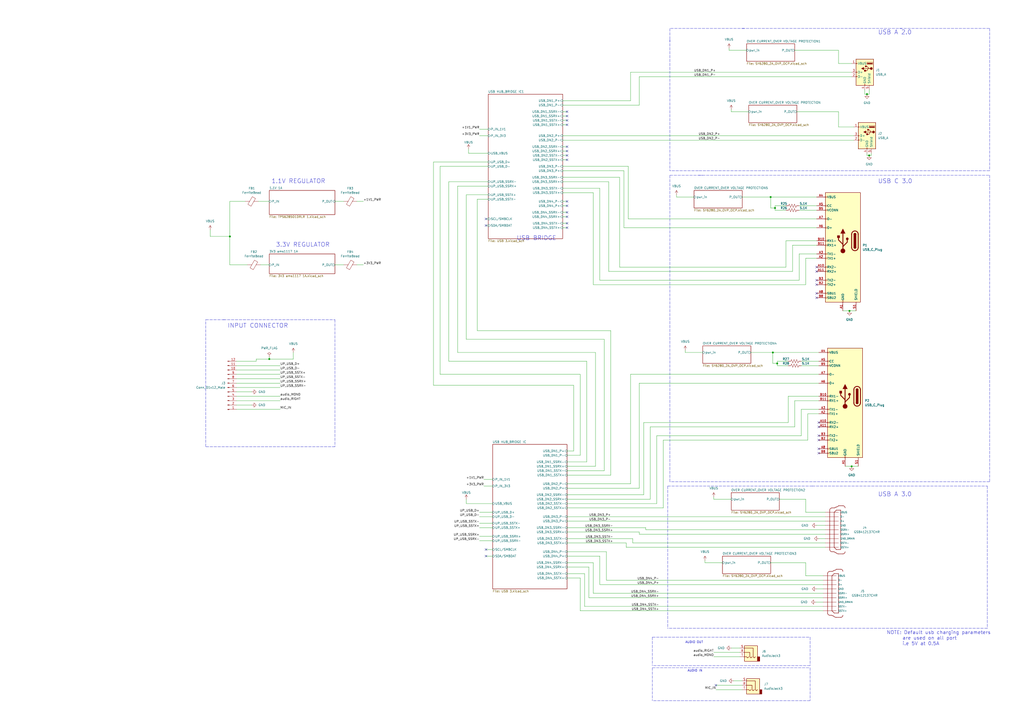
<source format=kicad_sch>
(kicad_sch (version 20211123) (generator eeschema)
  (paper "A2")
  (title_block (title "USB EXTENDER") (date "2022-04-17") (rev "1.0") (comment 2 "Reviewed by:") (comment 3 "Designed by: Robert M M") (comment 4 "USB EXTENDER"))
  (lib_symbols
    (symbol "Connector:AudioJack3"
      (property "Reference" "J" (at 0 8.89 0))
      (property "Value" "AudioJack3" (at 0 6.35 0))
      (symbol "AudioJack3_0_1"
        (rectangle (start -5.08 -5.08) (end -6.35 -2.54) (stroke (width 0.254)) (fill (type outline)))
        (polyline (pts (xy 0 -2.54) (xy 0.635 -3.175) (xy 1.27 -2.54) (xy 2.54 -2.54)) (stroke (width 0.254)))
        (polyline (pts (xy -1.905 -2.54) (xy -1.27 -3.175) (xy -0.635 -2.54) (xy -0.635 0) (xy 2.54 0)) (stroke (width 0.254)))
        (polyline (pts (xy 2.54 2.54) (xy -2.54 2.54) (xy -2.54 -2.54) (xy -3.175 -3.175) (xy -3.81 -2.54)) (stroke (width 0.254)))
        (rectangle (start 2.54 3.81) (end -5.08 -5.08) (stroke (width 0.254)) (fill (type background)))
      )
      (symbol "AudioJack3_1_1"
        (pin passive line (at 5.08 0 180) (length 2.54) (name "~") (number "R"))
        (pin passive line (at 5.08 2.54 180) (length 2.54) (name "~") (number "S"))
        (pin passive line (at 5.08 -2.54 180) (length 2.54) (name "~") (number "T"))
      )
    )
    (symbol "Connector:Conn_01x12_Male" (pin_names (offset 1.016) hide)
      (property "Reference" "J" (at 0 15.24 0))
      (property "Value" "Conn_01x12_Male" (at 0 -17.78 0))
      (symbol "Conn_01x12_Male_1_1"
        (polyline (pts (xy 1.27 -15.24) (xy 0.8636 -15.24)) (stroke (width 0.1524)))
        (polyline (pts (xy 1.27 -12.7) (xy 0.8636 -12.7)) (stroke (width 0.1524)))
        (polyline (pts (xy 1.27 -10.16) (xy 0.8636 -10.16)) (stroke (width 0.1524)))
        (polyline (pts (xy 1.27 -7.62) (xy 0.8636 -7.62)) (stroke (width 0.1524)))
        (polyline (pts (xy 1.27 -5.08) (xy 0.8636 -5.08)) (stroke (width 0.1524)))
        (polyline (pts (xy 1.27 -2.54) (xy 0.8636 -2.54)) (stroke (width 0.1524)))
        (polyline (pts (xy 1.27 0) (xy 0.8636 0)) (stroke (width 0.1524)))
        (polyline (pts (xy 1.27 2.54) (xy 0.8636 2.54)) (stroke (width 0.1524)))
        (polyline (pts (xy 1.27 5.08) (xy 0.8636 5.08)) (stroke (width 0.1524)))
        (polyline (pts (xy 1.27 7.62) (xy 0.8636 7.62)) (stroke (width 0.1524)))
        (polyline (pts (xy 1.27 10.16) (xy 0.8636 10.16)) (stroke (width 0.1524)))
        (polyline (pts (xy 1.27 12.7) (xy 0.8636 12.7)) (stroke (width 0.1524)))
        (rectangle (start 0.8636 -15.113) (end 0 -15.367) (stroke (width 0.1524)) (fill (type outline)))
        (rectangle (start 0.8636 -12.573) (end 0 -12.827) (stroke (width 0.1524)) (fill (type outline)))
        (rectangle (start 0.8636 -10.033) (end 0 -10.287) (stroke (width 0.1524)) (fill (type outline)))
        (rectangle (start 0.8636 -7.493) (end 0 -7.747) (stroke (width 0.1524)) (fill (type outline)))
        (rectangle (start 0.8636 -4.953) (end 0 -5.207) (stroke (width 0.1524)) (fill (type outline)))
        (rectangle (start 0.8636 -2.413) (end 0 -2.667) (stroke (width 0.1524)) (fill (type outline)))
        (rectangle (start 0.8636 0.127) (end 0 -0.127) (stroke (width 0.1524)) (fill (type outline)))
        (rectangle (start 0.8636 2.667) (end 0 2.413) (stroke (width 0.1524)) (fill (type outline)))
        (rectangle (start 0.8636 5.207) (end 0 4.953) (stroke (width 0.1524)) (fill (type outline)))
        (rectangle (start 0.8636 7.747) (end 0 7.493) (stroke (width 0.1524)) (fill (type outline)))
        (rectangle (start 0.8636 10.287) (end 0 10.033) (stroke (width 0.1524)) (fill (type outline)))
        (rectangle (start 0.8636 12.827) (end 0 12.573) (stroke (width 0.1524)) (fill (type outline)))
        (pin passive line (at 5.08 12.7 180) (length 3.81) (name "Pin_1") (number "1"))
        (pin passive line (at 5.08 -10.16 180) (length 3.81) (name "Pin_10") (number "10"))
        (pin passive line (at 5.08 -12.7 180) (length 3.81) (name "Pin_11") (number "11"))
        (pin passive line (at 5.08 -15.24 180) (length 3.81) (name "Pin_12") (number "12"))
        (pin passive line (at 5.08 10.16 180) (length 3.81) (name "Pin_2") (number "2"))
        (pin passive line (at 5.08 7.62 180) (length 3.81) (name "Pin_3") (number "3"))
        (pin passive line (at 5.08 5.08 180) (length 3.81) (name "Pin_4") (number "4"))
        (pin passive line (at 5.08 2.54 180) (length 3.81) (name "Pin_5") (number "5"))
        (pin passive line (at 5.08 0 180) (length 3.81) (name "Pin_6") (number "6"))
        (pin passive line (at 5.08 -2.54 180) (length 3.81) (name "Pin_7") (number "7"))
        (pin passive line (at 5.08 -5.08 180) (length 3.81) (name "Pin_8") (number "8"))
        (pin passive line (at 5.08 -7.62 180) (length 3.81) (name "Pin_9") (number "9"))
      )
    )
    (symbol "Connector:USB_A" (pin_names (offset 1.016))
      (property "Reference" "J" (at -5.08 11.43 0))
      (property "Value" "USB_A" (at -5.08 8.89 0))
      (symbol "USB_A_0_1"
        (rectangle (start -5.08 -7.62) (end 5.08 7.62) (stroke (width 0.254)) (fill (type background)))
        (circle (center -3.81 2.159) (radius 0.635) (stroke (width 0.254)) (fill (type outline)))
        (rectangle (start -1.524 4.826) (end -4.318 5.334) (fill (type outline)))
        (rectangle (start -1.27 4.572) (end -4.572 5.842))
        (circle (center -0.635 3.429) (radius 0.381) (stroke (width 0.254)) (fill (type outline)))
        (rectangle (start -0.127 -7.62) (end 0.127 -6.858))
        (polyline (pts (xy -3.175 2.159) (xy -2.54 2.159) (xy -1.27 3.429) (xy -0.635 3.429)) (stroke (width 0.254)))
        (polyline (pts (xy -2.54 2.159) (xy -1.905 2.159) (xy -1.27 0.889) (xy 0 0.889)) (stroke (width 0.254)))
        (polyline (pts (xy 0.635 2.794) (xy 0.635 1.524) (xy 1.905 2.159) (xy 0.635 2.794)) (stroke (width 0.254)) (fill (type outline)))
        (rectangle (start 0.254 1.27) (end -0.508 0.508) (stroke (width 0.254)) (fill (type outline)))
        (rectangle (start 5.08 -2.667) (end 4.318 -2.413))
        (rectangle (start 5.08 -0.127) (end 4.318 0.127))
        (rectangle (start 5.08 4.953) (end 4.318 5.207))
      )
      (symbol "USB_A_1_1"
        (polyline (pts (xy -1.905 2.159) (xy 0.635 2.159)) (stroke (width 0.254)))
        (pin power_in line (at 7.62 5.08 180) (length 2.54) (name "VBUS") (number "1"))
        (pin bidirectional line (at 7.62 -2.54 180) (length 2.54) (name "D-") (number "2"))
        (pin bidirectional line (at 7.62 0 180) (length 2.54) (name "D+") (number "3"))
        (pin power_in line (at 0 -10.16 90) (length 2.54) (name "GND") (number "4"))
        (pin passive line (at -2.54 -10.16 90) (length 2.54) (name "Shield") (number "5"))
      )
    )
    (symbol "Connector:USB_C_Plug" (pin_names (offset 1.016))
      (property "Reference" "P" (at -10.16 29.21 0))
      (property "Value" "USB_C_Plug" (at 10.16 29.21 0))
      (symbol "USB_C_Plug_0_0"
        (rectangle (start -0.254 -35.56) (end 0.254 -34.544))
        (rectangle (start 10.16 -32.766) (end 9.144 -33.274))
        (rectangle (start 10.16 -30.226) (end 9.144 -30.734))
        (rectangle (start 10.16 -25.146) (end 9.144 -25.654))
        (rectangle (start 10.16 -22.606) (end 9.144 -23.114))
        (rectangle (start 10.16 -17.526) (end 9.144 -18.034))
        (rectangle (start 10.16 -14.986) (end 9.144 -15.494))
        (rectangle (start 10.16 -9.906) (end 9.144 -10.414))
        (rectangle (start 10.16 -7.366) (end 9.144 -7.874))
        (rectangle (start 10.16 -2.286) (end 9.144 -2.794))
        (rectangle (start 10.16 0.254) (end 9.144 -0.254))
        (rectangle (start 10.16 7.874) (end 9.144 7.366))
        (rectangle (start 10.16 12.954) (end 9.144 12.446))
        (rectangle (start 10.16 18.034) (end 9.144 17.526))
        (rectangle (start 10.16 20.574) (end 9.144 20.066))
        (rectangle (start 10.16 25.654) (end 9.144 25.146))
      )
      (symbol "USB_C_Plug_0_1"
        (rectangle (start -10.16 27.94) (end 10.16 -35.56) (stroke (width 0.254)) (fill (type background)))
        (arc (start -8.89 -3.81) (mid -6.985 -5.715) (end -5.08 -3.81) (stroke (width 0.508)))
        (arc (start -7.62 -3.81) (mid -6.985 -4.445) (end -6.35 -3.81) (stroke (width 0.254)))
        (arc (start -7.62 -3.81) (mid -6.985 -4.445) (end -6.35 -3.81) (stroke (width 0.254)) (fill (type outline)))
        (rectangle (start -7.62 -3.81) (end -6.35 3.81) (stroke (width 0.254)) (fill (type outline)))
        (arc (start -6.35 3.81) (mid -6.985 4.445) (end -7.62 3.81) (stroke (width 0.254)))
        (arc (start -6.35 3.81) (mid -6.985 4.445) (end -7.62 3.81) (stroke (width 0.254)) (fill (type outline)))
        (arc (start -5.08 3.81) (mid -6.985 5.715) (end -8.89 3.81) (stroke (width 0.508)))
        (polyline (pts (xy -8.89 -3.81) (xy -8.89 3.81)) (stroke (width 0.508)))
        (polyline (pts (xy -5.08 3.81) (xy -5.08 -3.81)) (stroke (width 0.508)))
      )
      (symbol "USB_C_Plug_1_1"
        (circle (center -2.54 1.143) (radius 0.635) (stroke (width 0.254)) (fill (type outline)))
        (circle (center 0 -5.842) (radius 1.27) (fill (type outline)))
        (polyline (pts (xy 0 -5.842) (xy 0 4.318)) (stroke (width 0.508)))
        (polyline (pts (xy 0 -3.302) (xy -2.54 -0.762) (xy -2.54 0.508)) (stroke (width 0.508)))
        (polyline (pts (xy 0 -2.032) (xy 2.54 0.508) (xy 2.54 1.778)) (stroke (width 0.508)))
        (polyline (pts (xy -1.27 4.318) (xy 0 6.858) (xy 1.27 4.318) (xy -1.27 4.318)) (stroke (width 0.254)) (fill (type outline)))
        (rectangle (start 1.905 1.778) (end 3.175 3.048) (stroke (width 0.254)) (fill (type outline)))
        (pin passive line (at 0 -40.64 90) (length 5.08) (name "GND") (number "A1"))
        (pin bidirectional line (at 15.24 -15.24 180) (length 5.08) (name "RX2-") (number "A10"))
        (pin bidirectional line (at 15.24 -17.78 180) (length 5.08) (name "RX2+") (number "A11"))
        (pin passive line (at 0 -40.64 90) (length 5.08) hide (name "GND") (number "A12"))
        (pin bidirectional line (at 15.24 -10.16 180) (length 5.08) (name "TX1+") (number "A2"))
        (pin bidirectional line (at 15.24 -7.62 180) (length 5.08) (name "TX1-") (number "A3"))
        (pin passive line (at 15.24 25.4 180) (length 5.08) (name "VBUS") (number "A4"))
        (pin bidirectional line (at 15.24 20.32 180) (length 5.08) (name "CC") (number "A5"))
        (pin bidirectional line (at 15.24 7.62 180) (length 5.08) (name "D+") (number "A6"))
        (pin bidirectional line (at 15.24 12.7 180) (length 5.08) (name "D-") (number "A7"))
        (pin bidirectional line (at 15.24 -30.48 180) (length 5.08) (name "SBU1") (number "A8"))
        (pin passive line (at 15.24 25.4 180) (length 5.08) hide (name "VBUS") (number "A9"))
        (pin passive line (at 0 -40.64 90) (length 5.08) hide (name "GND") (number "B1"))
        (pin bidirectional line (at 15.24 0 180) (length 5.08) (name "RX1-") (number "B10"))
        (pin bidirectional line (at 15.24 -2.54 180) (length 5.08) (name "RX1+") (number "B11"))
        (pin passive line (at 0 -40.64 90) (length 5.08) hide (name "GND") (number "B12"))
        (pin bidirectional line (at 15.24 -25.4 180) (length 5.08) (name "TX2+") (number "B2"))
        (pin bidirectional line (at 15.24 -22.86 180) (length 5.08) (name "TX2-") (number "B3"))
        (pin passive line (at 15.24 25.4 180) (length 5.08) hide (name "VBUS") (number "B4"))
        (pin bidirectional line (at 15.24 17.78 180) (length 5.08) (name "VCONN") (number "B5"))
        (pin bidirectional line (at 15.24 -33.02 180) (length 5.08) (name "SBU2") (number "B8"))
        (pin passive line (at 15.24 25.4 180) (length 5.08) hide (name "VBUS") (number "B9"))
        (pin passive line (at -7.62 -40.64 90) (length 5.08) (name "SHIELD") (number "S1"))
      )
    )
    (symbol "Device:FerriteBead" (pin_numbers hide) (pin_names (offset 0))
      (property "Reference" "FB" (at -3.81 0.635 90))
      (property "Value" "FerriteBead" (at 3.81 0 90))
      (symbol "FerriteBead_0_1"
        (polyline (pts (xy 0 -1.27) (xy 0 -1.2192)))
        (polyline (pts (xy 0 1.27) (xy 0 1.2954)))
        (polyline (pts (xy -2.7686 0.4064) (xy -1.7018 2.2606) (xy 2.7686 -0.3048) (xy 1.6764 -2.159) (xy -2.7686 0.4064)))
      )
      (symbol "FerriteBead_1_1"
        (pin passive line (at 0 3.81 270) (length 2.54) (name "~") (number "1"))
        (pin passive line (at 0 -3.81 90) (length 2.54) (name "~") (number "2"))
      )
    )
    (symbol "Device:R_US" (pin_numbers hide) (pin_names (offset 0))
      (property "Reference" "R" (at 2.54 0 90))
      (property "Value" "R_US" (at -2.54 0 90))
      (symbol "R_US_0_1"
        (polyline (pts (xy 0 -2.286) (xy 0 -2.54)))
        (polyline (pts (xy 0 2.286) (xy 0 2.54)))
        (polyline (pts (xy 0 -0.762) (xy 1.016 -1.143) (xy 0 -1.524) (xy -1.016 -1.905) (xy 0 -2.286)))
        (polyline (pts (xy 0 0.762) (xy 1.016 0.381) (xy 0 0) (xy -1.016 -0.381) (xy 0 -0.762)))
        (polyline (pts (xy 0 2.286) (xy 1.016 1.905) (xy 0 1.524) (xy -1.016 1.143) (xy 0 0.762)))
      )
      (symbol "R_US_1_1"
        (pin passive line (at 0 3.81 270) (length 1.27) (name "~") (number "1"))
        (pin passive line (at 0 -3.81 90) (length 1.27) (name "~") (number "2"))
      )
    )
    (symbol "GCL_Connector&USBs:GSB412137CHR" (pin_numbers hide) (pin_names (offset 1.016))
      (property "Reference" "J" (at -2.54 16.51 0))
      (property "Value" "GSB412137CHR" (at -2.54 -17.78 0))
      (symbol "GSB412137CHR_0_0"
        (arc (start -2.54 -11.43) (mid -2.168 -12.328) (end -1.27 -12.7) (stroke (width 0.254)))
        (arc (start -1.27 12.7) (mid -2.168 12.328) (end -2.54 11.43) (stroke (width 0.254)))
        (arc (start 0 -12.7) (mid -0.568 -15.1059) (end 1.016 -13.208) (stroke (width 0.254)))
        (polyline (pts (xy -2.54 11.43) (xy -2.54 -11.43)) (stroke (width 0.254)))
        (polyline (pts (xy -1.27 -12.7) (xy 0 -12.7)) (stroke (width 0.254)))
        (polyline (pts (xy -1.27 12.7) (xy 0 12.7)) (stroke (width 0.254)))
        (polyline (pts (xy 0 -10.16) (xy 1.27 -11.43)) (stroke (width 0.254)))
        (polyline (pts (xy 0 10.16) (xy 0 -10.16)) (stroke (width 0.254)))
        (polyline (pts (xy 1.27 -11.43) (xy 3.81 -11.43)) (stroke (width 0.254)))
        (polyline (pts (xy 1.27 11.43) (xy 0 10.16)) (stroke (width 0.254)))
        (polyline (pts (xy 2.54 -13.97) (xy 5.08 -13.97)) (stroke (width 0.254)))
        (polyline (pts (xy 2.54 13.97) (xy 5.08 13.97)) (stroke (width 0.254)))
        (polyline (pts (xy 3.81 -11.43) (xy 3.81 11.43)) (stroke (width 0.254)))
        (polyline (pts (xy 3.81 11.43) (xy 1.27 11.43)) (stroke (width 0.254)))
        (arc (start 0 12.7) (mid 0.568 12.8341) (end 1.016 13.208) (stroke (width 0.254)))
        (arc (start 1.016 -13.208) (mid 1.6881 -13.7689) (end 2.54 -13.97) (stroke (width 0.254)))
        (arc (start 1.016 13.208) (mid 3.3919 10.3611) (end 2.54 13.97) (stroke (width 0.254)))
        (arc (start 5.08 -13.97) (mid 5.978 -13.598) (end 6.35 -12.7) (stroke (width 0.254)))
        (arc (start 6.35 12.7) (mid 5.978 13.598) (end 5.08 13.97) (stroke (width 0.254)))
        (pin passive line (at -5.08 10.16 0) (length 7.62) (name "VBUS") (number "1"))
        (pin passive line (at -5.08 7.62 0) (length 7.62) (name "D-") (number "2"))
        (pin passive line (at -5.08 5.08 0) (length 7.62) (name "D+") (number "3"))
        (pin passive line (at -5.08 2.54 0) (length 7.62) (name "GND") (number "4"))
        (pin passive line (at -5.08 0 0) (length 7.62) (name "SSRX-") (number "5"))
        (pin passive line (at -5.08 -2.54 0) (length 7.62) (name "SSRX+") (number "6"))
        (pin passive line (at -5.08 -5.08 0) (length 7.62) (name "GND_DRAIN") (number "7"))
        (pin passive line (at -5.08 -7.62 0) (length 7.62) (name "SSTX-") (number "8"))
        (pin passive line (at -5.08 -10.16 0) (length 7.62) (name "SSTX+") (number "9"))
      )
    )
    (symbol "power:GND" (power) (pin_names (offset 0))
      (property "Value" "GND" (at 0 -3.81 0))
      (symbol "GND_0_1"
        (polyline (pts (xy 0 0) (xy 0 -1.27) (xy 1.27 -1.27) (xy 0 -2.54) (xy -1.27 -1.27) (xy 0 -1.27)))
      )
      (symbol "GND_1_1"
        (pin power_in line (at 0 0 270) (length 0) hide (name "GND") (number "1"))
      )
    )
    (symbol "power:PWR_FLAG" (power) (pin_numbers hide) (pin_names (offset 0) hide)
      (property "Value" "PWR_FLAG" (at 0 3.81 0))
      (symbol "PWR_FLAG_0_0"
        (pin power_out line (at 0 0 90) (length 0) (name "pwr") (number "1"))
      )
      (symbol "PWR_FLAG_0_1"
        (polyline (pts (xy 0 0) (xy 0 1.27) (xy -1.016 1.905) (xy 0 2.54) (xy 1.016 1.905) (xy 0 1.27)))
      )
    )
    (symbol "power:VBUS" (power) (pin_names (offset 0))
      (property "Value" "VBUS" (at 0 3.81 0))
      (symbol "VBUS_0_1"
        (polyline (pts (xy -0.762 1.27) (xy 0 2.54)))
        (polyline (pts (xy 0 0) (xy 0 2.54)))
        (polyline (pts (xy 0 2.54) (xy 0.762 1.27)))
      )
      (symbol "VBUS_1_1"
        (pin power_in line (at 0 0 90) (length 0) hide (name "VBUS") (number "1"))
      )
    )
  )
  (junction (at 449.58 120.65))
  (junction (at 504.19 90.17))
  (junction (at 450.85 210.82))
  (junction (at 494.03 270.51))
  (junction (at 133.35 137.16))
  (junction (at 502.92 54.61))
  (junction (at 156.21 208.28))
  (junction (at 492.76 180.34))
  (junction (at 448.31 204.47))
  (junction (at 447.04 114.3))
  (no_connect (at 328.93 123.19))
  (no_connect (at 328.93 64.77))
  (no_connect (at 328.93 87.63))
  (no_connect (at 328.93 132.08))
  (no_connect (at 328.93 69.85))
  (no_connect (at 328.93 67.31))
  (no_connect (at 328.93 129.54))
  (no_connect (at 328.93 125.73))
  (no_connect (at 328.93 92.71))
  (no_connect (at 328.93 90.17))
  (no_connect (at 474.98 260.35))
  (no_connect (at 474.98 262.89))
  (no_connect (at 328.93 116.84))
  (no_connect (at 328.93 119.38))
  (no_connect (at 473.71 172.72))
  (no_connect (at 281.94 130.81))
  (no_connect (at 281.94 127))
  (no_connect (at 473.71 170.18))
  (no_connect (at 328.93 72.39))
  (no_connect (at 328.93 85.09))
  (no_connect (at 281.94 318.77))
  (no_connect (at 281.94 322.58))
  (no_connect (at 474.98 245.11))
  (no_connect (at 474.98 247.65))
  (no_connect (at 474.98 252.73))
  (no_connect (at 474.98 255.27))
  (no_connect (at 473.71 165.1))
  (no_connect (at 473.71 154.94))
  (no_connect (at 473.71 157.48))
  (no_connect (at 473.71 162.56))
  (no_connect (at 415.29 397.51))
  (wire (pts (xy 339.09 332.74) (xy 339.09 351.79)))
  (wire (pts (xy 474.98 229.87) (xy 457.2 229.87)))
  (polyline (pts (xy 469.9 387.35) (xy 469.9 406.4)))
  (wire (pts (xy 447.04 114.3) (xy 447.04 120.65)))
  (wire (pts (xy 265.43 107.95) (xy 265.43 204.47)))
  (wire (pts (xy 370.84 60.96) (xy 326.39 60.96)))
  (wire (pts (xy 251.46 223.52) (xy 251.46 93.98)))
  (wire (pts (xy 149.86 116.84) (xy 156.21 116.84)))
  (wire (pts (xy 326.39 72.39) (xy 328.93 72.39)))
  (wire (pts (xy 467.36 149.86) (xy 467.36 165.1)))
  (wire (pts (xy 207.01 116.84) (xy 210.82 116.84)))
  (wire (pts (xy 328.93 299.72) (xy 478.79 299.72)))
  (wire (pts (xy 278.13 313.69) (xy 285.75 313.69)))
  (polyline (pts (xy 378.46 369.57) (xy 469.9 369.57)))
  (wire (pts (xy 473.71 119.38) (xy 463.55 119.38)))
  (wire (pts (xy 278.13 306.07) (xy 285.75 306.07)))
  (polyline (pts (xy 469.9 386.08) (xy 378.46 386.08)))
  (wire (pts (xy 137.16 224.79) (xy 162.56 224.79)))
  (wire (pts (xy 492.76 180.34) (xy 496.57 180.34)))
  (wire (pts (xy 351.79 320.04) (xy 351.79 336.55)))
  (wire (pts (xy 143.51 153.67) (xy 133.35 153.67)))
  (wire (pts (xy 474.98 237.49) (xy 464.82 237.49)))
  (polyline (pts (xy 378.46 369.57) (xy 378.46 386.08)))
  (wire (pts (xy 370.84 283.21) (xy 328.93 283.21)))
  (wire (pts (xy 328.93 308.61) (xy 370.84 308.61)))
  (wire (pts (xy 156.21 208.28) (xy 170.18 208.28)))
  (wire (pts (xy 326.39 123.19) (xy 328.93 123.19)))
  (wire (pts (xy 270.51 289.56) (xy 270.51 292.1)))
  (wire (pts (xy 278.13 78.74) (xy 283.21 78.74)))
  (wire (pts (xy 133.35 153.67) (xy 133.35 137.16)))
  (wire (pts (xy 361.95 99.06) (xy 326.39 99.06)))
  (wire (pts (xy 450.85 210.82) (xy 450.85 212.09)))
  (wire (pts (xy 374.65 306.07) (xy 328.93 306.07)))
  (polyline (pts (xy 129.54 185.42) (xy 194.31 185.42)))
  (wire (pts (xy 339.09 351.79) (xy 477.52 351.79)))
  (wire (pts (xy 328.93 292.1) (xy 381 292.1)))
  (polyline (pts (xy 378.46 387.35) (xy 469.9 387.35)))
  (wire (pts (xy 260.35 105.41) (xy 283.21 105.41)))
  (wire (pts (xy 370.84 44.45) (xy 370.84 60.96)))
  (wire (pts (xy 148.59 208.28) (xy 148.59 209.55)))
  (wire (pts (xy 347.98 162.56) (xy 463.55 162.56)))
  (wire (pts (xy 397.51 204.47) (xy 397.51 203.2)))
  (wire (pts (xy 367.03 312.42) (xy 328.93 312.42)))
  (wire (pts (xy 365.76 58.42) (xy 365.76 41.91)))
  (wire (pts (xy 328.93 287.02) (xy 373.38 287.02)))
  (wire (pts (xy 194.31 116.84) (xy 199.39 116.84)))
  (wire (pts (xy 326.39 90.17) (xy 328.93 90.17)))
  (polyline (pts (xy 388.62 279.4) (xy 388.62 101.6)))
  (wire (pts (xy 137.16 219.71) (xy 162.56 219.71)))
  (wire (pts (xy 505.46 90.17) (xy 505.46 88.9)))
  (wire (pts (xy 353.06 157.48) (xy 459.74 157.48)))
  (wire (pts (xy 344.17 111.76) (xy 326.39 111.76)))
  (polyline (pts (xy 574.04 99.06) (xy 405.13 99.06)))
  (wire (pts (xy 137.16 222.25) (xy 162.56 222.25)))
  (wire (pts (xy 502.92 88.9) (xy 502.92 90.17)))
  (wire (pts (xy 354.33 191.77) (xy 354.33 275.59)))
  (wire (pts (xy 486.41 73.66) (xy 495.3 73.66)))
  (wire (pts (xy 374.65 307.34) (xy 478.79 307.34)))
  (wire (pts (xy 354.33 275.59) (xy 328.93 275.59)))
  (wire (pts (xy 433.07 29.21) (xy 422.91 29.21)))
  (wire (pts (xy 265.43 204.47) (xy 345.44 204.47)))
  (wire (pts (xy 278.13 299.72) (xy 285.75 299.72)))
  (polyline (pts (xy 387.35 281.94) (xy 471.17 281.94)))
  (wire (pts (xy 336.55 354.33) (xy 477.52 354.33)))
  (wire (pts (xy 326.39 67.31) (xy 328.93 67.31)))
  (wire (pts (xy 255.27 96.52) (xy 283.21 96.52)))
  (wire (pts (xy 278.13 297.18) (xy 285.75 297.18)))
  (wire (pts (xy 336.55 335.28) (xy 336.55 354.33)))
  (wire (pts (xy 424.18 375.92) (xy 429.26 375.92)))
  (wire (pts (xy 326.39 69.85) (xy 328.93 69.85)))
  (wire (pts (xy 156.21 207.01) (xy 156.21 208.28)))
  (wire (pts (xy 424.18 64.77) (xy 424.18 63.5)))
  (wire (pts (xy 459.74 142.24) (xy 459.74 157.48)))
  (polyline (pts (xy 574.04 101.6) (xy 574.04 279.4)))
  (wire (pts (xy 365.76 217.17) (xy 474.98 217.17)))
  (wire (pts (xy 474.98 312.42) (xy 478.79 312.42)))
  (wire (pts (xy 430.53 114.3) (xy 447.04 114.3)))
  (wire (pts (xy 270.51 292.1) (xy 285.75 292.1)))
  (wire (pts (xy 326.39 132.08) (xy 328.93 132.08)))
  (wire (pts (xy 326.39 102.87) (xy 359.41 102.87)))
  (wire (pts (xy 384.81 255.27) (xy 468.63 255.27)))
  (wire (pts (xy 148.59 209.55) (xy 137.16 209.55)))
  (wire (pts (xy 502.92 54.61) (xy 504.19 54.61)))
  (wire (pts (xy 260.35 105.41) (xy 260.35 209.55)))
  (polyline (pts (xy 574.04 279.4) (xy 388.62 279.4)))
  (polyline (pts (xy 388.62 16.51) (xy 388.62 24.13)))
  (wire (pts (xy 384.81 294.64) (xy 384.81 255.27)))
  (polyline (pts (xy 521.97 16.51) (xy 574.04 16.51)))
  (wire (pts (xy 270.51 196.85) (xy 270.51 113.03)))
  (wire (pts (xy 452.12 289.56) (xy 467.36 289.56)))
  (wire (pts (xy 364.49 96.52) (xy 364.49 127)))
  (wire (pts (xy 367.03 312.42) (xy 367.03 314.96)))
  (wire (pts (xy 281.94 130.81) (xy 283.21 130.81)))
  (wire (pts (xy 347.98 109.22) (xy 347.98 162.56)))
  (wire (pts (xy 359.41 154.94) (xy 455.93 154.94)))
  (wire (pts (xy 340.36 209.55) (xy 260.35 209.55)))
  (wire (pts (xy 328.93 261.62) (xy 332.74 261.62)))
  (wire (pts (xy 326.39 58.42) (xy 365.76 58.42)))
  (wire (pts (xy 467.36 334.01) (xy 477.52 334.01)))
  (wire (pts (xy 276.86 115.57) (xy 276.86 191.77)))
  (wire (pts (xy 328.93 280.67) (xy 365.76 280.67)))
  (wire (pts (xy 370.84 222.25) (xy 370.84 283.21)))
  (wire (pts (xy 486.41 36.83) (xy 494.03 36.83)))
  (wire (pts (xy 332.74 261.62) (xy 332.74 223.52)))
  (wire (pts (xy 424.18 289.56) (xy 414.02 289.56)))
  (wire (pts (xy 350.52 196.85) (xy 270.51 196.85)))
  (wire (pts (xy 351.79 336.55) (xy 477.52 336.55)))
  (wire (pts (xy 271.78 88.9) (xy 283.21 88.9)))
  (wire (pts (xy 137.16 232.41) (xy 162.56 232.41)))
  (wire (pts (xy 449.58 120.65) (xy 447.04 120.65)))
  (polyline (pts (xy 194.31 185.42) (xy 194.31 259.08)))
  (wire (pts (xy 283.21 115.57) (xy 276.86 115.57)))
  (wire (pts (xy 473.71 139.7) (xy 455.93 139.7)))
  (wire (pts (xy 457.2 209.55) (xy 450.85 209.55)))
  (wire (pts (xy 370.84 308.61) (xy 370.84 309.88)))
  (wire (pts (xy 474.98 209.55) (xy 464.82 209.55)))
  (polyline (pts (xy 469.9 406.4) (xy 378.46 406.4)))
  (wire (pts (xy 137.16 214.63) (xy 162.56 214.63)))
  (wire (pts (xy 328.93 264.16) (xy 336.55 264.16)))
  (wire (pts (xy 435.61 204.47) (xy 448.31 204.47)))
  (wire (pts (xy 463.55 121.92) (xy 473.71 121.92)))
  (polyline (pts (xy 572.77 281.94) (xy 572.77 364.49)))
  (polyline (pts (xy 378.46 387.35) (xy 378.46 406.4)))
  (wire (pts (xy 450.85 210.82) (xy 448.31 210.82)))
  (polyline (pts (xy 119.38 259.08) (xy 119.38 185.42)))
  (polyline (pts (xy 572.77 364.49) (xy 387.35 364.49)))
  (wire (pts (xy 468.63 240.03) (xy 468.63 255.27)))
  (wire (pts (xy 133.35 137.16) (xy 133.35 116.84)))
  (wire (pts (xy 367.03 314.96) (xy 478.79 314.96)))
  (wire (pts (xy 474.98 240.03) (xy 468.63 240.03)))
  (wire (pts (xy 151.13 153.67) (xy 156.21 153.67)))
  (polyline (pts (xy 471.17 281.94) (xy 572.77 281.94)))
  (wire (pts (xy 361.95 132.08) (xy 473.71 132.08)))
  (wire (pts (xy 490.22 270.51) (xy 494.03 270.51)))
  (wire (pts (xy 326.39 116.84) (xy 328.93 116.84)))
  (wire (pts (xy 425.45 394.97) (xy 430.53 394.97)))
  (wire (pts (xy 462.28 64.77) (xy 486.41 64.77)))
  (polyline (pts (xy 119.38 185.42) (xy 130.81 185.42)))
  (wire (pts (xy 414.02 381) (xy 429.26 381)))
  (wire (pts (xy 170.18 204.47) (xy 170.18 208.28)))
  (wire (pts (xy 207.01 153.67) (xy 210.82 153.67)))
  (wire (pts (xy 474.98 232.41) (xy 461.01 232.41)))
  (wire (pts (xy 194.31 153.67) (xy 199.39 153.67)))
  (polyline (pts (xy 405.13 101.6) (xy 574.04 101.6)))
  (wire (pts (xy 502.92 90.17) (xy 504.19 90.17)))
  (wire (pts (xy 336.55 217.17) (xy 255.27 217.17)))
  (wire (pts (xy 501.65 54.61) (xy 501.65 52.07)))
  (wire (pts (xy 422.91 29.21) (xy 422.91 27.94)))
  (wire (pts (xy 344.17 165.1) (xy 344.17 111.76)))
  (wire (pts (xy 365.76 41.91) (xy 494.03 41.91)))
  (wire (pts (xy 450.85 209.55) (xy 450.85 210.82)))
  (wire (pts (xy 133.35 116.84) (xy 142.24 116.84)))
  (wire (pts (xy 374.65 306.07) (xy 374.65 307.34)))
  (wire (pts (xy 361.95 132.08) (xy 361.95 99.06)))
  (wire (pts (xy 326.39 78.74) (xy 495.3 78.74)))
  (wire (pts (xy 365.76 280.67) (xy 365.76 217.17)))
  (polyline (pts (xy 387.35 281.94) (xy 387.35 364.49)))
  (wire (pts (xy 448.31 204.47) (xy 474.98 204.47)))
  (wire (pts (xy 344.17 344.17) (xy 477.52 344.17)))
  (polyline (pts (xy 194.31 259.08) (xy 119.38 259.08)))
  (wire (pts (xy 461.01 232.41) (xy 461.01 247.65)))
  (wire (pts (xy 251.46 93.98) (xy 283.21 93.98)))
  (wire (pts (xy 336.55 264.16) (xy 336.55 217.17)))
  (wire (pts (xy 332.74 223.52) (xy 251.46 223.52)))
  (wire (pts (xy 415.29 397.51) (xy 430.53 397.51)))
  (wire (pts (xy 344.17 326.39) (xy 328.93 326.39)))
  (wire (pts (xy 278.13 311.15) (xy 285.75 311.15)))
  (wire (pts (xy 377.19 247.65) (xy 461.01 247.65)))
  (wire (pts (xy 326.39 87.63) (xy 328.93 87.63)))
  (wire (pts (xy 473.71 147.32) (xy 463.55 147.32)))
  (wire (pts (xy 359.41 102.87) (xy 359.41 154.94)))
  (wire (pts (xy 363.22 317.5) (xy 478.79 317.5)))
  (wire (pts (xy 486.41 64.77) (xy 486.41 73.66)))
  (wire (pts (xy 467.36 326.39) (xy 467.36 334.01)))
  (wire (pts (xy 467.36 297.18) (xy 478.79 297.18)))
  (wire (pts (xy 328.93 314.96) (xy 363.22 314.96)))
  (wire (pts (xy 326.39 96.52) (xy 364.49 96.52)))
  (wire (pts (xy 353.06 105.41) (xy 326.39 105.41)))
  (wire (pts (xy 486.41 29.21) (xy 486.41 36.83)))
  (wire (pts (xy 341.63 328.93) (xy 341.63 346.71)))
  (wire (pts (xy 326.39 92.71) (xy 328.93 92.71)))
  (wire (pts (xy 278.13 74.93) (xy 283.21 74.93)))
  (wire (pts (xy 344.17 165.1) (xy 467.36 165.1)))
  (wire (pts (xy 473.71 304.8) (xy 478.79 304.8)))
  (wire (pts (xy 381 292.1) (xy 381 252.73)))
  (wire (pts (xy 121.92 137.16) (xy 133.35 137.16)))
  (polyline (pts (xy 431.8 16.51) (xy 388.62 16.51)))
  (wire (pts (xy 464.82 212.09) (xy 474.98 212.09)))
  (wire (pts (xy 402.59 114.3) (xy 392.43 114.3)))
  (wire (pts (xy 344.17 326.39) (xy 344.17 344.17)))
  (wire (pts (xy 137.16 229.87) (xy 162.56 229.87)))
  (wire (pts (xy 370.84 44.45) (xy 494.03 44.45)))
  (wire (pts (xy 341.63 346.71) (xy 477.52 346.71)))
  (wire (pts (xy 326.39 129.54) (xy 328.93 129.54)))
  (wire (pts (xy 281.94 322.58) (xy 285.75 322.58)))
  (wire (pts (xy 328.93 335.28) (xy 336.55 335.28)))
  (wire (pts (xy 276.86 191.77) (xy 354.33 191.77)))
  (wire (pts (xy 350.52 273.05) (xy 350.52 196.85)))
  (wire (pts (xy 414.02 378.46) (xy 429.26 378.46)))
  (wire (pts (xy 364.49 127) (xy 473.71 127)))
  (wire (pts (xy 137.16 212.09) (xy 162.56 212.09)))
  (wire (pts (xy 448.31 204.47) (xy 448.31 210.82)))
  (wire (pts (xy 328.93 294.64) (xy 384.81 294.64)))
  (wire (pts (xy 473.2892 349.25) (xy 477.52 349.25)))
  (wire (pts (xy 121.92 133.35) (xy 121.92 137.16)))
  (wire (pts (xy 502.92 54.61) (xy 501.65 54.61)))
  (wire (pts (xy 137.16 227.33) (xy 146.05 227.33)))
  (wire (pts (xy 467.36 289.56) (xy 467.36 297.18)))
  (wire (pts (xy 347.98 322.58) (xy 347.98 339.09)))
  (wire (pts (xy 419.1 326.39) (xy 408.94 326.39)))
  (wire (pts (xy 474.98 222.25) (xy 370.84 222.25)))
  (polyline (pts (xy 388.62 101.6) (xy 407.67 101.6)))
  (wire (pts (xy 408.94 326.39) (xy 408.94 325.12)))
  (wire (pts (xy 457.2 229.87) (xy 457.2 245.11)))
  (wire (pts (xy 328.93 328.93) (xy 341.63 328.93)))
  (wire (pts (xy 347.98 339.09) (xy 477.52 339.09)))
  (polyline (pts (xy 471.17 281.94) (xy 471.17 281.94)))
  (wire (pts (xy 339.09 332.74) (xy 328.93 332.74)))
  (wire (pts (xy 328.93 273.05) (xy 350.52 273.05)))
  (wire (pts (xy 449.58 120.65) (xy 449.58 121.92)))
  (wire (pts (xy 407.67 204.47) (xy 397.51 204.47)))
  (wire (pts (xy 463.55 147.32) (xy 463.55 162.56)))
  (wire (pts (xy 328.93 267.97) (xy 340.36 267.97)))
  (wire (pts (xy 281.94 127) (xy 283.21 127)))
  (wire (pts (xy 370.84 309.88) (xy 478.79 309.88)))
  (polyline (pts (xy 430.53 16.51) (xy 523.24 16.51)))
  (wire (pts (xy 255.27 217.17) (xy 255.27 96.52)))
  (wire (pts (xy 473.71 142.24) (xy 459.74 142.24)))
  (wire (pts (xy 455.93 119.38) (xy 449.58 119.38)))
  (wire (pts (xy 326.39 64.77) (xy 328.93 64.77)))
  (wire (pts (xy 345.44 270.51) (xy 328.93 270.51)))
  (wire (pts (xy 283.21 107.95) (xy 265.43 107.95)))
  (wire (pts (xy 373.38 245.11) (xy 457.2 245.11)))
  (wire (pts (xy 137.16 217.17) (xy 162.56 217.17)))
  (wire (pts (xy 392.43 114.3) (xy 392.43 113.03)))
  (polyline (pts (xy 388.62 22.86) (xy 388.62 99.06)))
  (wire (pts (xy 328.93 289.56) (xy 377.19 289.56)))
  (wire (pts (xy 473.71 341.63) (xy 477.52 341.63)))
  (wire (pts (xy 280.67 278.13) (xy 285.75 278.13)))
  (wire (pts (xy 488.95 180.34) (xy 492.76 180.34)))
  (wire (pts (xy 137.16 237.49) (xy 162.56 237.49)))
  (wire (pts (xy 148.59 208.28) (xy 156.21 208.28)))
  (wire (pts (xy 414.02 289.56) (xy 414.02 288.29)))
  (polyline (pts (xy 469.9 369.57) (xy 469.9 386.08)))
  (wire (pts (xy 363.22 314.96) (xy 363.22 317.5)))
  (polyline (pts (xy 405.13 99.06) (xy 388.62 99.06)))
  (wire (pts (xy 326.39 81.28) (xy 495.3 81.28)))
  (wire (pts (xy 328.93 322.58) (xy 347.98 322.58)))
  (wire (pts (xy 271.78 86.36) (xy 271.78 88.9)))
  (wire (pts (xy 473.71 149.86) (xy 467.36 149.86)))
  (wire (pts (xy 278.13 303.53) (xy 285.75 303.53)))
  (wire (pts (xy 504.19 90.17) (xy 505.46 90.17)))
  (wire (pts (xy 450.85 212.09) (xy 457.2 212.09)))
  (wire (pts (xy 326.39 85.09) (xy 328.93 85.09)))
  (wire (pts (xy 328.93 320.04) (xy 351.79 320.04)))
  (wire (pts (xy 377.19 247.65) (xy 377.19 289.56)))
  (wire (pts (xy 328.93 302.26) (xy 478.79 302.26)))
  (wire (pts (xy 353.06 157.48) (xy 353.06 105.41)))
  (wire (pts (xy 434.34 64.77) (xy 424.18 64.77)))
  (wire (pts (xy 340.36 267.97) (xy 340.36 209.55)))
  (wire (pts (xy 326.39 109.22) (xy 347.98 109.22)))
  (wire (pts (xy 464.82 237.49) (xy 464.82 252.73)))
  (wire (pts (xy 373.38 287.02) (xy 373.38 245.11)))
  (wire (pts (xy 281.94 318.77) (xy 285.75 318.77)))
  (wire (pts (xy 381 252.73) (xy 464.82 252.73)))
  (wire (pts (xy 326.39 119.38) (xy 328.93 119.38)))
  (wire (pts (xy 494.03 270.51) (xy 497.84 270.51)))
  (wire (pts (xy 345.44 204.47) (xy 345.44 270.51)))
  (wire (pts (xy 447.04 326.39) (xy 467.36 326.39)))
  (polyline (pts (xy 574.04 16.51) (xy 574.04 99.06)))
  (wire (pts (xy 449.58 119.38) (xy 449.58 120.65)))
  (wire (pts (xy 326.39 125.73) (xy 328.93 125.73)))
  (wire (pts (xy 137.16 234.95) (xy 146.05 234.95)))
  (wire (pts (xy 415.29 400.05) (xy 430.53 400.05)))
  (wire (pts (xy 447.04 114.3) (xy 473.71 114.3)))
  (wire (pts (xy 449.58 121.92) (xy 455.93 121.92)))
  (wire (pts (xy 461.01 29.21) (xy 486.41 29.21)))
  (wire (pts (xy 280.67 281.94) (xy 285.75 281.94)))
  (wire (pts (xy 270.51 113.03) (xy 283.21 113.03)))
  (wire (pts (xy 504.19 54.61) (xy 504.19 52.07)))
  (wire (pts (xy 455.93 139.7) (xy 455.93 154.94)))
  (text "AUDIO OUT" (at 397.51 373.38 0) (effects (font (size 1.27 1.27)) (justify left bottom)))
  (text "1.1V REGULATOR" (at 157.48 106.68 0) (effects (font (size 2.5 2.5)) (justify left bottom)))
  (text "3.3V REGULATOR" (at 160.02 143.51 0) (effects (font (size 2.5 2.5)) (justify left bottom)))
  (text "INPUT CONNECTOR" (at 132.08 190.5 0) (effects (font (size 2.5 2.5)) (justify left bottom)))
  (text "USB BRIDGE" (at 299.72 139.7 0) (effects (font (size 2.5 2.5)) (justify left bottom)))
  (text "AUDIO IN\n" (at 398.78 389.89 0) (effects (font (size 1.27 1.27)) (justify left bottom)))
  (text "NOTE: Default usb charging parameters \n      are used on all port\n      i.e 5V at 0.5A" (at 514.35 374.65 0) (effects (font (size 2 2)) (justify left bottom)))
  (text "USB A 2.0" (at 509.27 20.32 0) (effects (font (size 2.5 2.5)) (justify left bottom)))
  (text "USB C 3.0" (at 509.27 106.68 0) (effects (font (size 2.5 2.5)) (justify left bottom)))
  (text "USB A 3.0" (at 509.27 288.29 0) (effects (font (size 2.5 2.5)) (justify left bottom)))
  (label "USB_DN2_P+" (at 405.13 78.74 0))
  (label "UP_USB_D-" (at 162.56 214.63 0))
  (label "USB_DN1_P-" (at 402.59 44.45 0))
  (label "+3V3_PWR" (at 210.82 153.67 0))
  (label "USB_DN4_SSTX-" (at 382.27 351.79 180))
  (label "USB_DN4_P-" (at 382.27 336.55 180))
  (label "audio_RIGHT" (at 162.56 232.41 0))
  (label "+1V1_PWR" (at 280.67 278.13 180))
  (label "UP_USB_SSRX+" (at 278.13 311.15 180))
  (label "USB_DN3_P-" (at 354.33 302.26 180))
  (label "USB_DN4_SSRX+" (at 382.27 346.71 180))
  (label "USB_DN3_SSTX+" (at 355.6 314.96 180))
  (label "USB_DN1_P+" (at 402.59 41.91 0))
  (label "+3V3_PWR" (at 280.67 281.94 180))
  (label "USB_DN3_SSRX+" (at 355.6 308.61 180))
  (label "USB_DN3_P+" (at 354.33 299.72 180))
  (label "UP_USB_SSTX+" (at 278.13 306.07 180))
  (label "audio_RIGHT" (at 414.02 378.46 180))
  (label "UP_USB_D+" (at 278.13 297.18 180))
  (label "USB_DN4_SSRX-" (at 382.27 344.17 180))
  (label "+1V1_PWR" (at 278.13 74.93 180))
  (label "+3V3_PWR" (at 278.13 78.74 180))
  (label "UP_USB_SSRX-" (at 278.13 313.69 180))
  (label "UP_USB_D-" (at 278.13 299.72 180))
  (label "MIC_IN" (at 415.29 400.05 180))
  (label "USB_DN2_P-" (at 405.13 81.28 0))
  (label "UP_USB_SSTX-" (at 162.56 219.71 0))
  (label "UP_USB_SSTX-" (at 278.13 303.53 180))
  (label "audio_MONO" (at 162.56 229.87 0))
  (label "MIC_IN" (at 162.56 237.49 0))
  (label "USB_DN4_SSTX+" (at 382.27 354.33 180))
  (label "UP_USB_D+" (at 162.56 212.09 0))
  (label "UP_USB_SSRX-" (at 162.56 224.79 0))
  (label "audio_MONO" (at 414.02 381 180))
  (label "USB_DN3_SSTX-" (at 355.6 312.42 180))
  (label "USB_DN3_SSRX-" (at 355.6 306.07 180))
  (label "+1V1_PWR" (at 210.82 116.84 0))
  (label "USB_DN4_P+" (at 382.27 339.09 180))
  (label "UP_USB_SSRX+" (at 162.56 222.25 0))
  (label "UP_USB_SSTX+" (at 162.56 217.17 0))
  (symbol (lib_id "power:GND") (at 502.92 54.61 0) (unit 1)
    (property "Reference" "#PWR02" (effects hide))
    (property "Value" "GND" (at 502.92 59.69 0))
  )
  (symbol (lib_id "power:GND") (at 494.03 270.51 0) (unit 1)
    (property "Reference" "#PWR057" (effects hide))
    (property "Value" "GND" (at 494.03 275.59 0))
  )
  (symbol (lib_id "power:GND") (at 492.76 180.34 0) (unit 1)
    (property "Reference" "#PWR055" (effects hide))
    (property "Value" "GND" (at 492.76 185.42 0))
  )
  (symbol (lib_id "power:VBUS") (at 408.94 325.12 0) (mirror y) (unit 1)
    (property "Reference" "#PWR052" (effects hide))
    (property "Value" "VBUS" (at 408.94 320.04 0))
  )
  (symbol (lib_id "Connector:USB_C_Plug") (at 490.22 229.87 0) (mirror y) (unit 1)
    (property "Reference" "P2" (at 501.65 232.4099 0) (effects (justify right)))
    (property "Value" "USB_C_Plug" (at 501.65 234.9499 0) (effects (justify right)))
    (property "Footprint" "greencharge-footprints:GCT_USB4151-GF-C_REVA" (effects hide))
    (property "Datasheet" "https://www.usb.org/sites/default/files/documents/usb_type-c.zip" (effects hide))
  )
  (symbol (lib_id "power:VBUS") (at 414.02 288.29 0) (mirror y) (unit 1)
    (property "Reference" "#PWR051" (effects hide))
    (property "Value" "VBUS" (at 414.02 283.21 0))
  )
  (symbol (lib_id "Device:R_US") (at 459.74 121.92 90) (unit 1)
    (property "Reference" "R26" (at 454.66 120.65 90))
    (property "Value" "5.1K" (at 466.09 120.65 90))
    (property "Footprint" "Resistor_SMD:R_0402_1005Metric" (effects hide))
  )
  (symbol (lib_id "power:VBUS") (at 397.51 203.2 0) (mirror y) (unit 1)
    (property "Reference" "#PWR056" (effects hide))
    (property "Value" "VBUS" (at 397.51 198.12 0))
  )
  (symbol (lib_id "Device:R_US") (at 461.01 212.09 90) (unit 1)
    (property "Reference" "R28" (at 455.93 210.82 90))
    (property "Value" "5.1K" (at 467.36 210.82 90))
    (property "Footprint" "Resistor_SMD:R_0402_1005Metric" (effects hide))
  )
  (symbol (lib_id "power:VBUS") (at 392.43 113.03 0) (mirror y) (unit 1)
    (property "Reference" "#PWR054" (effects hide))
    (property "Value" "VBUS" (at 392.43 107.95 0))
  )
  (symbol (lib_id "power:VBUS") (at 422.91 27.94 0) (mirror y) (unit 1)
    (property "Reference" "#PWR049" (effects hide))
    (property "Value" "VBUS" (at 422.91 22.86 0))
  )
  (symbol (lib_id "Connector:AudioJack3") (at 434.34 378.46 0) (mirror y) (unit 1)
    (property "Reference" "J6" (at 441.96 377.8249 0) (effects (justify right)))
    (property "Value" "AudioJack3" (at 441.96 380.3649 0) (effects (justify right)))
    (property "Footprint" "Connector_Audio:Jack_3.5mm_QingPu_WQP-PJ398SM_Vertical_CircularHoles" (effects hide))
  )
  (symbol (lib_id "power:GND") (at 146.05 234.95 90) (unit 1)
    (property "Reference" "#PWR08" (effects hide))
    (property "Value" "GND" (at 149.86 234.9499 90) (effects (justify right)))
  )
  (symbol (lib_id "Connector:USB_C_Plug") (at 488.95 139.7 0) (mirror y) (unit 1)
    (property "Reference" "P1" (at 500.38 142.2399 0) (effects (justify right)))
    (property "Value" "USB_C_Plug" (at 500.38 144.7799 0) (effects (justify right)))
    (property "Footprint" "greencharge-footprints:GCT_USB4151-GF-C_REVA" (effects hide))
    (property "Datasheet" "https://www.usb.org/sites/default/files/documents/usb_type-c.zip" (effects hide))
  )
  (symbol (lib_id "Device:R_US") (at 461.01 209.55 90) (unit 1)
    (property "Reference" "R27" (at 455.93 208.28 90))
    (property "Value" "5.1K" (at 467.36 208.28 90))
    (property "Footprint" "Resistor_SMD:R_0402_1005Metric" (effects hide))
  )
  (symbol (lib_id "Device:FerriteBead") (at 203.2 116.84 90) (unit 1)
    (property "Reference" "FB3" (at 203.1492 109.22 90))
    (property "Value" "FerriteBead" (at 203.1492 111.76 90))
    (property "Footprint" "Inductor_SMD:L_0402_1005Metric" (effects hide))
  )
  (symbol (lib_id "Device:R_US") (at 459.74 119.38 90) (unit 1)
    (property "Reference" "R25" (at 454.66 118.11 90))
    (property "Value" "5.1K" (at 466.09 118.11 90))
    (property "Footprint" "Resistor_SMD:R_0402_1005Metric" (effects hide))
  )
  (symbol (lib_id "Connector:USB_A") (at 501.65 41.91 0) (mirror y) (unit 1)
    (property "Reference" "J1" (at 508 40.6399 0) (effects (justify right)))
    (property "Value" "USB_A" (at 508 43.1799 0) (effects (justify right)))
    (property "Footprint" "Connector_USB:USB_A_Molex_105057_Vertical" (effects hide))
    (property "Datasheet" "https://www.digikey.com/en/products/detail/molex/1050570001/3045207?s=N4IgTCBcDaIIwAYCsyDsIC6BfIA" (effects hide))
  )
  (symbol (lib_id "GCL_Connector&USBs:GSB412137CHR") (at 482.6 344.17 0) (unit 1)
    (property "Reference" "J5" (at 499.11 342.9 0) (effects (justify left)))
    (property "Value" "GSB412137CHR" (at 494.03 345.44 0) (effects (justify left)))
    (property "Footprint" "greencharge-footprints:AMPHENOL_GSB412137CHR" (effects hide))
    (property "MANUFACTURER" "Amphenol" (effects hide))
  )
  (symbol (lib_id "power:VBUS") (at 170.18 204.47 0) (mirror y) (unit 1)
    (property "Reference" "#PWR05" (effects hide))
    (property "Value" "VBUS" (at 170.18 199.39 0))
  )
  (symbol (lib_id "power:GND") (at 473.71 341.63 270) (unit 1)
    (property "Reference" "#PWR010" (effects hide))
    (property "Value" "GND" (at 464.82 341.63 90) (effects (justify left)))
  )
  (symbol (lib_id "Connector:Conn_01x12_Male") (at 132.08 224.79 0) (mirror x) (unit 1)
    (property "Reference" "J3" (at 130.81 222.2499 0) (effects (justify right)))
    (property "Value" "Conn_01x12_Male" (at 130.81 224.7899 0) (effects (justify right)))
    (property "Footprint" "Connector_JST:JST_XH_B12B-XH-A_1x12_P2.50mm_Vertical" (effects hide))
  )
  (symbol (lib_id "power:GND") (at 424.18 375.92 270) (unit 1)
    (property "Reference" "#PWR012" (effects hide))
    (property "Value" "GND" (at 420.37 375.9199 90) (effects (justify right)))
  )
  (symbol (lib_id "power:GND") (at 146.05 227.33 90) (unit 1)
    (property "Reference" "#PWR06" (effects hide))
    (property "Value" "GND" (at 149.86 227.3299 90) (effects (justify right)))
  )
  (symbol (lib_id "Connector:USB_A") (at 502.92 78.74 0) (mirror y) (unit 1)
    (property "Reference" "J2" (at 509.27 77.4699 0) (effects (justify right)))
    (property "Value" "USB_A" (at 509.27 80.0099 0) (effects (justify right)))
    (property "Footprint" "Connector_USB:USB_A_Molex_105057_Vertical" (effects hide))
    (property "Datasheet" "https://www.digikey.com/en/products/detail/molex/1050570001/3045207?s=N4IgTCBcDaIIwAYCsyDsIC6BfIA" (effects hide))
  )
  (symbol (lib_id "Device:FerriteBead") (at 146.05 116.84 90) (unit 1)
    (property "Reference" "FB1" (at 145.9992 109.22 90))
    (property "Value" "FerriteBead" (at 145.9992 111.76 90))
    (property "Footprint" "Inductor_SMD:L_0402_1005Metric" (effects hide))
  )
  (symbol (lib_id "power:PWR_FLAG") (at 156.21 207.01 0) (unit 1)
    (property "Reference" "#FLG01" (effects hide))
    (property "Value" "PWR_FLAG" (at 156.21 201.93 0))
  )
  (symbol (lib_id "power:GND") (at 474.98 312.42 270) (unit 1)
    (property "Reference" "#PWR09" (effects hide))
    (property "Value" "GND" (at 466.09 312.42 90) (effects (justify left)))
  )
  (symbol (lib_id "power:GND") (at 473.71 304.8 270) (unit 1)
    (property "Reference" "#PWR07" (effects hide))
    (property "Value" "GND" (at 464.82 304.8 90) (effects (justify left)))
  )
  (symbol (lib_id "power:GND") (at 425.45 394.97 270) (unit 1)
    (property "Reference" "#PWR013" (effects hide))
    (property "Value" "GND" (at 421.64 394.9699 90) (effects (justify right)))
  )
  (symbol (lib_id "Device:FerriteBead") (at 203.2 153.67 90) (unit 1)
    (property "Reference" "FB4" (at 203.1492 146.05 90))
    (property "Value" "FerriteBead" (at 203.1492 148.59 90))
    (property "Footprint" "Inductor_SMD:L_0402_1005Metric" (effects hide))
  )
  (symbol (lib_id "power:GND") (at 473.2892 349.25 270) (unit 1)
    (property "Reference" "#PWR011" (effects hide))
    (property "Value" "GND" (at 464.3992 349.25 90) (effects (justify left)))
  )
  (symbol (lib_id "Device:FerriteBead") (at 147.32 153.67 90) (unit 1)
    (property "Reference" "FB2" (at 147.2692 146.05 90))
    (property "Value" "FerriteBead" (at 147.2692 148.59 90))
    (property "Footprint" "Inductor_SMD:L_0402_1005Metric" (effects hide))
  )
  (symbol (lib_id "power:VBUS") (at 121.92 133.35 0) (unit 1)
    (property "Reference" "#PWR01" (effects hide))
    (property "Value" "VBUS" (at 121.92 128.27 0))
  )
  (symbol (lib_id "power:VBUS") (at 270.51 289.56 0) (mirror y) (unit 1)
    (property "Reference" "#PWR03" (effects hide))
    (property "Value" "VBUS" (at 270.51 285.75 0))
  )
  (symbol (lib_id "Connector:AudioJack3") (at 435.61 397.51 0) (mirror y) (unit 1)
    (property "Reference" "J7" (at 443.23 396.8749 0) (effects (justify right)))
    (property "Value" "AudioJack3" (at 443.23 399.4149 0) (effects (justify right)))
    (property "Footprint" "Connector_Audio:Jack_3.5mm_QingPu_WQP-PJ398SM_Vertical_CircularHoles" (effects hide))
  )
  (symbol (lib_id "power:VBUS") (at 424.18 63.5 0) (mirror y) (unit 1)
    (property "Reference" "#PWR050" (effects hide))
    (property "Value" "VBUS" (at 424.18 58.42 0))
  )
  (symbol (lib_id "power:VBUS") (at 271.78 86.36 0) (mirror y) (unit 1)
    (property "Reference" "#PWR053" (effects hide))
    (property "Value" "VBUS" (at 271.78 82.55 0))
  )
  (symbol (lib_id "GCL_Connector&USBs:GSB412137CHR") (at 483.87 307.34 0) (unit 1)
    (property "Reference" "J4" (at 500.38 306.07 0) (effects (justify left)))
    (property "Value" "GSB412137CHR" (at 495.3 308.61 0) (effects (justify left)))
    (property "Footprint" "greencharge-footprints:AMPHENOL_GSB412137CHR" (effects hide))
    (property "MANUFACTURER" "Amphenol" (effects hide))
  )
  (symbol (lib_id "power:GND") (at 504.19 90.17 0) (unit 1)
    (property "Reference" "#PWR04" (effects hide))
    (property "Value" "GND" (at 504.19 95.25 0))
  )
  (sheet (at 424.18 285.75) (size 27.94 10.16) (stroke (width 0.1524))
    (property "Sheet name" "OVER CURRENT_OVER VOLTAGE PROTECTION2" (at 424.18 285.0384 0) (effects (justify left bottom)))
    (property "Sheet file" "SY6280_2A_OVP_OCP.kicad_sch" (at 424.18 296.4946 0) (effects (justify left top)))
    (pin "pwr_in" input (at 424.18 289.56 180))
    (pin "P_OUT" output (at 452.12 289.56 0))
  )
  (sheet (at 407.67 200.66) (size 27.94 10.16) (stroke (width 0.1524))
    (property "Sheet name" "OVER CURRENT_OVER VOLTAGE PROTECTION4" (at 407.67 199.9484 0) (effects (justify left bottom)))
    (property "Sheet file" "SY6280_2A_OVP_OCP.kicad_sch" (at 407.67 211.4046 0) (effects (justify left top)))
    (pin "pwr_in" input (at 407.67 204.47 180))
    (pin "P_OUT" output (at 435.61 204.47 0))
  )
  (sheet (at 156.21 110.49) (size 38.1 13.97) (stroke (width 0.1524))
    (property "Sheet name" "1.1V 1A" (at 156.21 109.7784 0) (effects (justify left bottom)))
    (property "Sheet file" "TPS628501DRLR 1.kicad_sch" (at 156.21 125.0446 0) (effects (justify left top)))
    (pin "P_IN" input (at 156.21 116.84 180))
    (pin "P_OUT" input (at 194.31 116.84 0))
  )
  (sheet (at 434.34 60.96) (size 27.94 10.16) (stroke (width 0.1524))
    (property "Sheet name" "OVER CURRENT_OVER VOLTAGE PROTECTION" (at 434.34 60.2484 0) (effects (justify left bottom)))
    (property "Sheet file" "SY6280_2A_OVP_OCP.kicad_sch" (at 434.34 71.7046 0) (effects (justify left top)))
    (pin "pwr_in" input (at 434.34 64.77 180))
    (pin "P_OUT" output (at 462.28 64.77 0))
  )
  (sheet (at 419.1 322.58) (size 27.94 10.16) (stroke (width 0.1524))
    (property "Sheet name" "OVER CURRENT_OVER VOLTAGE PROTECTION3" (at 419.1 321.8684 0) (effects (justify left bottom)))
    (property "Sheet file" "SY6280_2A_OVP_OCP.kicad_sch" (at 419.1 333.3246 0) (effects (justify left top)))
    (pin "pwr_in" input (at 419.1 326.39 180))
    (pin "P_OUT" output (at 447.04 326.39 0))
  )
  (sheet (at 283.21 54.61) (size 43.18 83.82) (stroke (width 0.1524))
    (property "Sheet name" "USB HUB_BRIDGE IC1" (at 283.21 53.8984 0) (effects (justify left bottom)))
    (property "Sheet file" "USB 3.kicad_sch" (at 283.21 139.0146 0) (effects (justify left top)))
    (pin "USB_VBUS" input (at 283.21 88.9 180))
    (pin "UP_USB_D+" input (at 283.21 93.98 180))
    (pin "UP_USB_D-" input (at 283.21 96.52 180))
    (pin "UP_USB_SSTX-" input (at 283.21 115.57 180))
    (pin "UP_USB_SSTX+" input (at 283.21 113.03 180))
    (pin "UP_USB_SSRX+" input (at 283.21 107.95 180))
    (pin "UP_USB_SSRX-" input (at 283.21 105.41 180))
    (pin "SCL{slash}SMBCLK" input (at 283.21 127 180))
    (pin "SDA{slash}SMBDAT" input (at 283.21 130.81 180))
    (pin "USB_DN1_P+" input (at 326.39 58.42 0))
    (pin "USB_DN1_P-" input (at 326.39 60.96 0))
    (pin "USB_DN2_P+" input (at 326.39 78.74 0))
    (pin "USB_DN2_P-" input (at 326.39 81.28 0))
    (pin "USB_DN3_SSTX-" input (at 326.39 109.22 0))
    (pin "USB_DN3_P-" input (at 326.39 96.52 0))
    (pin "USB_DN3_SSRX-" input (at 326.39 102.87 0))
    (pin "USB_DN3_SSTX+" input (at 326.39 111.76 0))
    (pin "USB_DN3_P+" input (at 326.39 99.06 0))
    (pin "USB_DN3_SSRX+" input (at 326.39 105.41 0))
    (pin "USB_DN4_SSRX+" input (at 326.39 125.73 0))
    (pin "USB_DN4_P-" input (at 326.39 116.84 0))
    (pin "USB_DN4_P+" input (at 326.39 119.38 0))
    (pin "USB_DN4_SSTX-" input (at 326.39 129.54 0))
    (pin "USB_DN4_SSRX-" input (at 326.39 123.19 0))
    (pin "USB_DN4_SSTX+" input (at 326.39 132.08 0))
    (pin "P_IN_1V1" input (at 283.21 74.93 180))
    (pin "P_IN_3V3" input (at 283.21 78.74 180))
    (pin "USB_DN2_SSTX-" input (at 326.39 90.17 0))
    (pin "USB_DN2_SSRX+" input (at 326.39 87.63 0))
    (pin "USB_DN2_SSRX-" input (at 326.39 85.09 0))
    (pin "USB_DN1_SSTX-" input (at 326.39 69.85 0))
    (pin "USB_DN1_SSTX+" input (at 326.39 72.39 0))
    (pin "USB_DN1_SSRX+" input (at 326.39 67.31 0))
    (pin "USB_DN1_SSRX-" input (at 326.39 64.77 0))
    (pin "USB_DN2_SSTX+" input (at 326.39 92.71 0))
  )
  (sheet (at 285.75 257.81) (size 43.18 83.82) (stroke (width 0.1524))
    (property "Sheet name" "USB HUB_BRIDGE IC" (at 285.75 257.0984 0) (effects (justify left bottom)))
    (property "Sheet file" "USB 3.kicad_sch" (at 285.75 342.2146 0) (effects (justify left top)))
    (pin "USB_VBUS" input (at 285.75 292.1 180))
    (pin "UP_USB_D+" input (at 285.75 297.18 180))
    (pin "UP_USB_D-" input (at 285.75 299.72 180))
    (pin "UP_USB_SSTX-" input (at 285.75 303.53 180))
    (pin "UP_USB_SSTX+" input (at 285.75 306.07 180))
    (pin "UP_USB_SSRX+" input (at 285.75 311.15 180))
    (pin "UP_USB_SSRX-" input (at 285.75 313.69 180))
    (pin "SCL{slash}SMBCLK" input (at 285.75 318.77 180))
    (pin "SDA{slash}SMBDAT" input (at 285.75 322.58 180))
    (pin "USB_DN1_P+" input (at 328.93 261.62 0))
    (pin "USB_DN1_P-" input (at 328.93 264.16 0))
    (pin "USB_DN2_P+" input (at 328.93 283.21 0))
    (pin "USB_DN2_P-" input (at 328.93 280.67 0))
    (pin "USB_DN3_SSTX-" input (at 328.93 312.42 0))
    (pin "USB_DN3_P-" input (at 328.93 299.72 0))
    (pin "USB_DN3_SSRX-" input (at 328.93 306.07 0))
    (pin "USB_DN3_SSTX+" input (at 328.93 314.96 0))
    (pin "USB_DN3_P+" input (at 328.93 302.26 0))
    (pin "USB_DN3_SSRX+" input (at 328.93 308.61 0))
    (pin "USB_DN4_SSRX+" input (at 328.93 328.93 0))
    (pin "USB_DN4_P-" input (at 328.93 320.04 0))
    (pin "USB_DN4_P+" input (at 328.93 322.58 0))
    (pin "USB_DN4_SSTX-" input (at 328.93 332.74 0))
    (pin "USB_DN4_SSRX-" input (at 328.93 326.39 0))
    (pin "USB_DN4_SSTX+" input (at 328.93 335.28 0))
    (pin "P_IN_1V1" input (at 285.75 278.13 180))
    (pin "P_IN_3V3" input (at 285.75 281.94 180))
    (pin "USB_DN2_SSTX-" input (at 328.93 292.1 0))
    (pin "USB_DN2_SSRX+" input (at 328.93 289.56 0))
    (pin "USB_DN2_SSRX-" input (at 328.93 287.02 0))
    (pin "USB_DN1_SSTX-" input (at 328.93 273.05 0))
    (pin "USB_DN1_SSTX+" input (at 328.93 275.59 0))
    (pin "USB_DN1_SSRX+" input (at 328.93 270.51 0))
    (pin "USB_DN1_SSRX-" input (at 328.93 267.97 0))
    (pin "USB_DN2_SSTX+" input (at 328.93 294.64 0))
  )
  (sheet (at 433.07 25.4) (size 27.94 10.16) (stroke (width 0.1524))
    (property "Sheet name" "OVER CURRENT_OVER VOLTAGE PROTECTION1" (at 433.07 24.6884 0) (effects (justify left bottom)))
    (property "Sheet file" "SY6280_2A_OVP_OCP.kicad_sch" (at 433.07 36.1446 0) (effects (justify left top)))
    (pin "pwr_in" input (at 433.07 29.21 180))
    (pin "P_OUT" output (at 461.01 29.21 0))
  )
  (sheet (at 156.21 147.32) (size 38.1 11.43) (stroke (width 0.1524))
    (property "Sheet name" "3V3 ams1117 1A" (at 156.21 146.6084 0) (effects (justify left bottom)))
    (property "Sheet file" "3V3 ams1117 1A.kicad_sch" (at 156.21 159.3346 0) (effects (justify left top)))
    (pin "P_IN" input (at 156.21 153.67 180))
    (pin "P_OUT" output (at 194.31 153.67 0))
  )
  (sheet (at 402.59 110.49) (size 27.94 10.16) (stroke (width 0.1524))
    (property "Sheet name" "OVER CURRENT_OVER VOLTAGE PROTECTION5" (at 402.59 109.7784 0) (effects (justify left bottom)))
    (property "Sheet file" "SY6280_2A_OVP_OCP.kicad_sch" (at 402.59 121.2346 0) (effects (justify left top)))
    (pin "pwr_in" input (at 402.59 114.3 180))
    (pin "P_OUT" output (at 430.53 114.3 0))
  )
)
</source>
